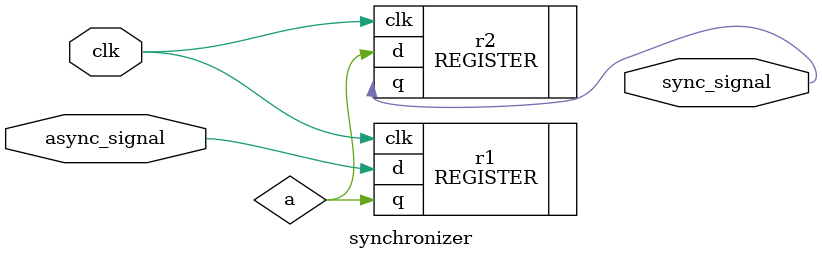
<source format=v>
module synchronizer #(parameter WIDTH = 1) (
   input [WIDTH-1:0] async_signal,
   input clk,
   output [WIDTH-1:0] sync_signal
);

   wire [WIDTH -1 :0] a;

   REGISTER #(WIDTH) r1(.q(a), .d(async_signal), .clk(clk));
   REGISTER #(WIDTH) r2(.q(sync_signal), .d(a), .clk(clk));


endmodule
</source>
